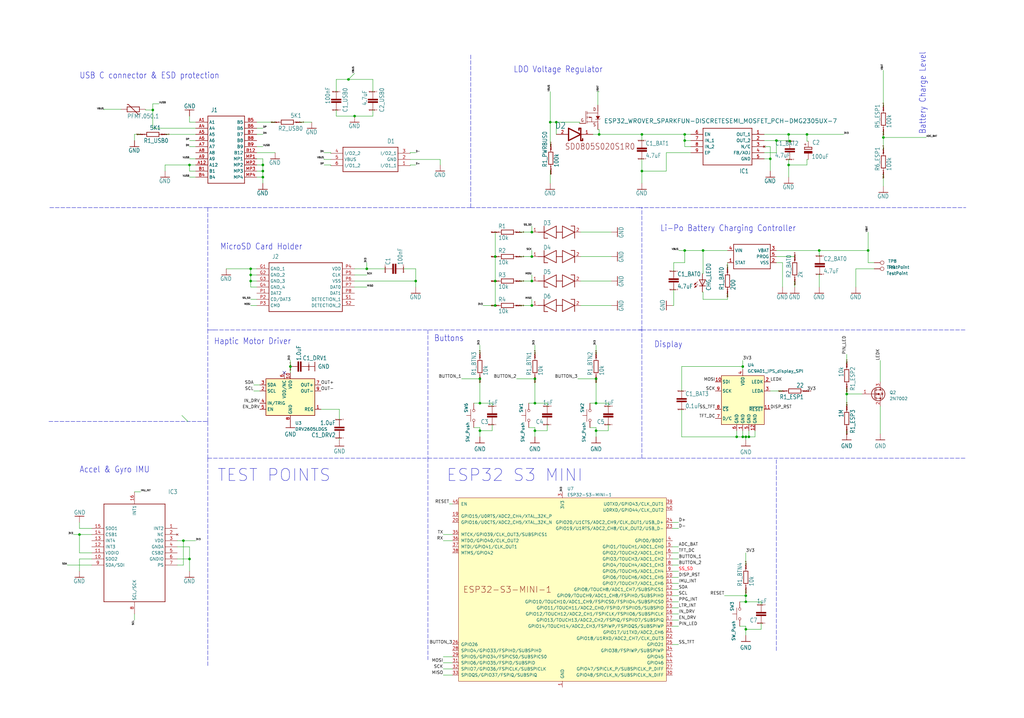
<source format=kicad_sch>
(kicad_sch (version 20230121) (generator eeschema)
  (paper "User" 425.45 298.45)
  (junction (at 109.22 71.12))
  (junction (at 309.88 181.61))
  (junction (at 152.4 111.76))
  (junction (at 308.61 181.61))
  (junction (at 222.25 179.07))
  (junction (at 248.92 55.88))
  (junction (at 360.68 104.14))
  (junction (at 284.48 58.42))
  (junction (at 327.66 68.58))
  (junction (at 231.14 50.8))
  (junction (at 309.88 250.19))
  (junction (at 351.79 163.83))
  (junction (at 199.39 157.48))
  (junction (at 76.2 224.79))
  (junction (at 266.7 55.88))
  (junction (at 199.39 167.64))
  (junction (at 144.78 33.02))
  (junction (at 367.03 57.15))
  (junction (at 292.1 104.14))
  (junction (at 33.02 222.25))
  (junction (at 311.15 181.61))
  (junction (at 172.72 116.84))
  (junction (at 205.74 116.84))
  (junction (at 220.98 116.84))
  (junction (at 220.98 96.52))
  (junction (at 247.65 157.48))
  (junction (at 247.65 179.07))
  (junction (at 309.88 261.62))
  (junction (at 78.74 232.41))
  (junction (at 228.6 50.8))
  (junction (at 284.48 55.88))
  (junction (at 309.88 247.65))
  (junction (at 120.65 152.4))
  (junction (at 205.74 106.68))
  (junction (at 222.25 157.48))
  (junction (at 104.14 114.3))
  (junction (at 284.48 104.14))
  (junction (at 247.65 167.64))
  (junction (at 328.168 58.674))
  (junction (at 104.14 111.76))
  (junction (at 340.36 104.14))
  (junction (at 205.74 127))
  (junction (at 322.58 58.42))
  (junction (at 63.5 45.72))
  (junction (at 199.39 179.07))
  (junction (at 222.25 167.64))
  (junction (at 308.61 152.4))
  (junction (at 327.66 55.88))
  (junction (at 147.32 48.26))
  (junction (at 104.14 116.84))
  (junction (at 109.22 68.58))
  (junction (at 266.7 71.12))
  (junction (at 320.04 66.04))
  (junction (at 109.22 73.66))
  (junction (at 78.74 68.58))
  (junction (at 306.07 181.61))
  (junction (at 220.98 106.68))
  (junction (at 335.28 55.88))
  (junction (at 220.98 127))
  (no_connect (at 118.11 154.94))
  (bus_entry (at 75.565 172.72) (size 2.54 2.54))
  (wire (pts (xy 220.98 106.68) (xy 220.98 104.14)) (stroke (width 0.1524)))
  (wire (pts (xy 104.14 119.38) (xy 104.14 116.84)) (stroke (width 0.1524)))
  (wire (pts (xy 247.65 143.51) (xy 247.65 147.32)))
  (wire (pts (xy 308.61 152.4) (xy 308.61 153.67)))
  (wire (pts (xy 222.25 179.07) (xy 222.25 181.61)))
  (wire (pts (xy 281.94 217.17) (xy 279.4 217.17)))
  (wire (pts (xy 302.26 111.76) (xy 302.26 109.22)) (stroke (width 0.1524)))
  (wire (pts (xy 281.94 240.03) (xy 279.4 240.03)))
  (wire (pts (xy 134.62 66.294) (xy 134.62 66.04)) (stroke (width 0.1524)))
  (wire (pts (xy 106.68 73.66) (xy 109.22 73.66)) (stroke (width 0.1524)))
  (wire (pts (xy 227.33 167.64) (xy 227.33 168.91)))
  (wire (pts (xy 137.414 63.754) (xy 137.414 63.5)) (stroke (width 0.1524)))
  (wire (pts (xy 68.58 55.88) (xy 81.28 55.88)) (stroke (width 0.1524)))
  (wire (pts (xy 328.168 58.42) (xy 328.168 58.674)) (stroke (width 0.1524)))
  (wire (pts (xy 214.63 157.48) (xy 222.25 157.48)))
  (wire (pts (xy 68.58 68.58) (xy 68.58 71.12)) (stroke (width 0.1524)))
  (wire (pts (xy 340.36 104.14) (xy 360.68 104.14)) (stroke (width 0.1524)))
  (wire (pts (xy 320.04 66.04) (xy 320.04 71.12)) (stroke (width 0.1524)))
  (wire (pts (xy 317.5 66.04) (xy 320.04 66.04)) (stroke (width 0.1524)))
  (wire (pts (xy 307.34 260.35) (xy 309.88 260.35)))
  (wire (pts (xy 367.03 29.21) (xy 367.03 44.45)) (stroke (width 0.1524)))
  (wire (pts (xy 367.03 72.39) (xy 367.03 77.47)) (stroke (width 0.1524)))
  (wire (pts (xy 328.168 58.674) (xy 327.66 58.674)) (stroke (width 0.1524)))
  (wire (pts (xy 199.39 179.07) (xy 204.47 179.07)))
  (wire (pts (xy 340.36 106.426) (xy 340.36 104.14)) (stroke (width 0.1524)))
  (wire (pts (xy 335.28 58.674) (xy 335.28 55.88)) (stroke (width 0.1524)))
  (wire (pts (xy 81.28 71.12) (xy 78.74 71.12)) (stroke (width 0.1524)))
  (wire (pts (xy 284.48 60.96) (xy 284.48 58.42)) (stroke (width 0.1524)))
  (wire (pts (xy 325.12 109.22) (xy 325.12 119.38)) (stroke (width 0.1524)))
  (wire (pts (xy 215.9 116.84) (xy 220.98 116.84)) (stroke (width 0.1524)))
  (wire (pts (xy 81.28 66.04) (xy 78.74 66.04)) (stroke (width 0.1524)))
  (wire (pts (xy 320.04 60.96) (xy 320.04 66.04)) (stroke (width 0.1524)))
  (wire (pts (xy 309.88 250.19) (xy 316.23 250.19)))
  (wire (pts (xy 106.68 127) (xy 104.14 127)) (stroke (width 0.1524)))
  (polyline (pts (xy 265.43 86.36) (xy 401.32 86.36)) (stroke (width 0.1524) (type dash)))
  (wire (pts (xy 308.61 181.61) (xy 309.88 181.61)))
  (wire (pts (xy 222.25 177.8) (xy 222.25 179.07)))
  (wire (pts (xy 320.04 162.56) (xy 325.12 162.56)))
  (polyline (pts (xy 86.36 175.26) (xy 86.36 190.5)) (stroke (width 0.1524) (type dash)))
  (wire (pts (xy 154.94 45.72) (xy 154.94 48.26)) (stroke (width 0.1524)))
  (wire (pts (xy 137.414 68.834) (xy 137.414 68.58)) (stroke (width 0.1524)))
  (wire (pts (xy 172.72 111.76) (xy 172.72 116.84)) (stroke (width 0.1524)))
  (wire (pts (xy 283.21 162.56) (xy 283.21 152.4)))
  (wire (pts (xy 335.28 55.88) (xy 350.52 55.88)) (stroke (width 0.1524)))
  (wire (pts (xy 196.85 177.8) (xy 199.39 177.8)))
  (wire (pts (xy 106.68 66.04) (xy 109.22 66.04)) (stroke (width 0.1524)))
  (wire (pts (xy 308.61 149.86) (xy 308.61 152.4)))
  (polyline (pts (xy 86.36 86.36) (xy 20.32 86.36)) (stroke (width 0.1524) (type dash)))
  (wire (pts (xy 106.68 68.58) (xy 109.22 68.58)) (stroke (width 0.1524)))
  (polyline (pts (xy 195.58 22.86) (xy 195.58 86.36)) (stroke (width 0.1524) (type dash)))
  (wire (pts (xy 215.9 96.52) (xy 220.98 96.52)) (stroke (width 0.1524)))
  (polyline (pts (xy 86.36 137.16) (xy 88.9 137.16)) (stroke (width 0.1524) (type solid)))
  (wire (pts (xy 81.28 50.8) (xy 78.74 50.8)) (stroke (width 0.1524)))
  (wire (pts (xy 316.23 259.08) (xy 316.23 261.62)))
  (wire (pts (xy 104.14 111.76) (xy 93.98 111.76)) (stroke (width 0.1524)))
  (wire (pts (xy 81.28 73.66) (xy 78.74 73.66)) (stroke (width 0.1524)))
  (wire (pts (xy 283.21 170.18) (xy 283.21 181.61)))
  (polyline (pts (xy 266.7 137.16) (xy 266.7 86.36)) (stroke (width 0.1524) (type dash)))
  (wire (pts (xy 355.6 111.76) (xy 355.6 119.38)) (stroke (width 0.1524)))
  (wire (pts (xy 147.32 119.38) (xy 152.4 119.38)) (stroke (width 0.1524)))
  (wire (pts (xy 170.434 68.58) (xy 172.72 68.58)) (stroke (width 0.1524)))
  (wire (pts (xy 184.15 275.59) (xy 187.96 275.59)))
  (wire (pts (xy 182.88 66.294) (xy 182.88 68.58)) (stroke (width 0.1524)))
  (wire (pts (xy 363.22 109.22) (xy 360.68 109.22)) (stroke (width 0.1524)))
  (wire (pts (xy 73.66 232.41) (xy 78.74 232.41)) (stroke (width 0.1524)))
  (wire (pts (xy 228.854 70.866) (xy 228.6 70.866)) (stroke (width 0.1524)))
  (wire (pts (xy 109.22 66.04) (xy 109.22 68.58)) (stroke (width 0.1524)))
  (wire (pts (xy 360.68 109.22) (xy 360.68 104.14)) (stroke (width 0.1524)))
  (wire (pts (xy 241.3 106.68) (xy 254 106.68)) (stroke (width 0.1524)))
  (wire (pts (xy 367.03 54.61) (xy 367.03 57.15)) (stroke (width 0.1524)))
  (wire (pts (xy 248.412 38.1) (xy 248.92 38.1)) (stroke (width 0.1524)))
  (wire (pts (xy 106.68 50.8) (xy 114.3 50.8)) (stroke (width 0.1524)))
  (wire (pts (xy 327.66 66.294) (xy 327.66 68.58)) (stroke (width 0.1524)))
  (wire (pts (xy 219.71 177.8) (xy 222.25 177.8)))
  (wire (pts (xy 322.58 109.22) (xy 325.12 109.22)) (stroke (width 0.1524)))
  (wire (pts (xy 327.66 58.674) (xy 327.66 55.88)) (stroke (width 0.1524)))
  (wire (pts (xy 204.47 167.64) (xy 204.47 168.91)))
  (wire (pts (xy 106.68 71.12) (xy 109.22 71.12)) (stroke (width 0.1524)))
  (wire (pts (xy 302.26 104.14) (xy 292.1 104.14)) (stroke (width 0.1524)))
  (polyline (pts (xy 20.32 175.26) (xy 86.36 175.26)) (stroke (width 0.1524) (type dash)))
  (wire (pts (xy 43.18 45.466) (xy 43.18 45.72)) (stroke (width 0.1524)))
  (wire (pts (xy 38.1 234.95) (xy 27.94 234.95)) (stroke (width 0.1524)))
  (wire (pts (xy 302.26 124.46) (xy 302.26 121.92)) (stroke (width 0.1524)))
  (wire (pts (xy 246.38 55.88) (xy 248.92 55.88)) (stroke (width 0.1524)))
  (wire (pts (xy 281.94 267.97) (xy 279.4 267.97)))
  (wire (pts (xy 144.78 33.02) (xy 139.7 33.02)) (stroke (width 0.1524)))
  (wire (pts (xy 276.86 71.12) (xy 266.7 71.12)) (stroke (width 0.1524)))
  (wire (pts (xy 276.86 63.5) (xy 276.86 71.12)) (stroke (width 0.1524)))
  (wire (pts (xy 222.25 143.51) (xy 222.25 147.32)))
  (wire (pts (xy 281.94 245.11) (xy 279.4 245.11)))
  (wire (pts (xy 281.94 219.71) (xy 279.4 219.71)))
  (wire (pts (xy 281.94 250.19) (xy 279.4 250.19)))
  (wire (pts (xy 281.94 237.49) (xy 279.4 237.49)))
  (polyline (pts (xy 266.7 137.16) (xy 401.32 137.16)) (stroke (width 0.1524) (type dash)))
  (wire (pts (xy 306.07 179.07) (xy 306.07 181.61)))
  (wire (pts (xy 205.74 116.84) (xy 205.74 127)) (stroke (width 0.1524)))
  (wire (pts (xy 317.5 63.5) (xy 322.58 63.5)) (stroke (width 0.1524)))
  (wire (pts (xy 309.88 181.61) (xy 309.88 182.88)))
  (wire (pts (xy 215.9 127) (xy 220.98 127)) (stroke (width 0.1524)))
  (wire (pts (xy 106.68 111.76) (xy 104.14 111.76)) (stroke (width 0.1524)))
  (wire (pts (xy 309.88 229.87) (xy 309.88 234.95)))
  (wire (pts (xy 152.4 111.76) (xy 152.4 109.22)) (stroke (width 0.1524)))
  (wire (pts (xy 279.4 234.95) (xy 281.94 234.95)))
  (wire (pts (xy 281.94 247.65) (xy 279.4 247.65)))
  (wire (pts (xy 199.39 179.07) (xy 199.39 181.61)))
  (wire (pts (xy 281.94 229.87) (xy 279.4 229.87)))
  (wire (pts (xy 287.02 60.96) (xy 284.48 60.96)) (stroke (width 0.1524)))
  (wire (pts (xy 137.414 63.5) (xy 134.62 63.5)) (stroke (width 0.1524)))
  (wire (pts (xy 291.846 113.792) (xy 292.1 113.792)) (stroke (width 0.1524)))
  (wire (pts (xy 81.28 60.96) (xy 78.74 60.96)) (stroke (width 0.1524)))
  (wire (pts (xy 141.0208 174.4472) (xy 141.0208 170.18)))
  (wire (pts (xy 199.39 143.51) (xy 199.39 147.32)))
  (wire (pts (xy 281.94 255.27) (xy 279.4 255.27)))
  (wire (pts (xy 247.65 177.8) (xy 247.65 179.07)))
  (wire (pts (xy 105.41 162.56) (xy 107.95 162.56)))
  (wire (pts (xy 281.94 257.81) (xy 279.4 257.81)))
  (wire (pts (xy 219.71 167.64) (xy 222.25 167.64)))
  (wire (pts (xy 147.32 111.76) (xy 152.4 111.76)) (stroke (width 0.1524)))
  (polyline (pts (xy 86.36 175.26) (xy 86.36 137.16)) (stroke (width 0.1524) (type dash)))
  (polyline (pts (xy 88.9 137.16) (xy 266.7 137.16)) (stroke (width 0.1524) (type dash)))
  (wire (pts (xy 205.74 96.52) (xy 205.74 106.68)) (stroke (width 0.1524)))
  (wire (pts (xy 228.6 70.866) (xy 228.6 76.2)) (stroke (width 0.1524)))
  (wire (pts (xy 73.66 224.79) (xy 76.2 224.79)) (stroke (width 0.1524)))
  (wire (pts (xy 60.452 45.466) (xy 60.452 45.72)) (stroke (width 0.1524)))
  (wire (pts (xy 283.21 152.4) (xy 308.61 152.4)))
  (wire (pts (xy 199.39 177.8) (xy 199.39 179.07)))
  (wire (pts (xy 124.46 50.8) (xy 129.54 50.8)) (stroke (width 0.1524)))
  (wire (pts (xy 309.88 247.65) (xy 309.88 250.19)))
  (wire (pts (xy 266.7 66.04) (xy 266.7 71.12)) (stroke (width 0.1524)))
  (wire (pts (xy 105.41 160.02) (xy 107.95 160.02)))
  (wire (pts (xy 266.7 55.88) (xy 248.92 55.88)) (stroke (width 0.1524)))
  (wire (pts (xy 33.02 232.41) (xy 33.02 237.49)) (stroke (width 0.1524)))
  (wire (pts (xy 106.68 119.38) (xy 104.14 119.38)) (stroke (width 0.1524)))
  (wire (pts (xy 284.48 55.88) (xy 266.7 55.88)) (stroke (width 0.1524)))
  (wire (pts (xy 38.1 232.41) (xy 33.02 232.41)) (stroke (width 0.1524)))
  (wire (pts (xy 139.7 45.72) (xy 139.7 48.26)) (stroke (width 0.1524)))
  (wire (pts (xy 281.94 227.33) (xy 279.4 227.33)))
  (polyline (pts (xy 195.58 86.36) (xy 266.7 86.36)) (stroke (width 0.1524) (type dash)))
  (wire (pts (xy 78.74 50.8) (xy 78.74 48.26)) (stroke (width 0.1524)))
  (wire (pts (xy 284.48 58.42) (xy 284.48 55.88)) (stroke (width 0.1524)))
  (wire (pts (xy 106.68 116.84) (xy 104.14 116.84)) (stroke (width 0.1524)))
  (wire (pts (xy 170.434 66.294) (xy 182.88 66.294)) (stroke (width 0.1524)))
  (wire (pts (xy 266.7 71.12) (xy 266.7 76.2)) (stroke (width 0.1524)))
  (wire (pts (xy 284.48 109.22) (xy 284.48 104.14)) (stroke (width 0.1524)))
  (wire (pts (xy 330.2 116.84) (xy 330.2 119.38)) (stroke (width 0.1524)))
  (wire (pts (xy 322.58 58.42) (xy 328.168 58.42)) (stroke (width 0.1524)))
  (polyline (pts (xy 266.7 190.5) (xy 401.32 190.5)) (stroke (width 0.1524) (type dash)))
  (wire (pts (xy 327.66 68.58) (xy 327.66 73.66)) (stroke (width 0.1524)))
  (wire (pts (xy 335.28 68.58) (xy 327.66 68.58)) (stroke (width 0.1524)))
  (wire (pts (xy 340.614 106.426) (xy 340.36 106.426)) (stroke (width 0.1524)))
  (wire (pts (xy 184.15 278.13) (xy 187.96 278.13)))
  (polyline (pts (xy 266.7 190.5) (xy 266.7 137.16)) (stroke (width 0.1524) (type dash)))
  (wire (pts (xy 241.3 96.52) (xy 254 96.52)) (stroke (width 0.1524)))
  (wire (pts (xy 220.98 127) (xy 220.98 124.46)) (stroke (width 0.1524)))
  (wire (pts (xy 38.1 222.25) (xy 33.02 222.25)) (stroke (width 0.1524)))
  (wire (pts (xy 240.792 50.8) (xy 231.14 50.8)) (stroke (width 0.1524)))
  (wire (pts (xy 106.68 63.5) (xy 114.3 63.5)) (stroke (width 0.1524)))
  (wire (pts (xy 73.66 234.95) (xy 76.2 234.95)) (stroke (width 0.1524)))
  (wire (pts (xy 154.94 33.02) (xy 144.78 33.02)) (stroke (width 0.1524)))
  (wire (pts (xy 76.2 224.79) (xy 81.28 224.79)) (stroke (width 0.1524)))
  (wire (pts (xy 73.66 227.33) (xy 78.74 227.33)) (stroke (width 0.1524)))
  (wire (pts (xy 292.1 104.14) (xy 284.48 104.14)) (stroke (width 0.1524)))
  (wire (pts (xy 317.5 60.96) (xy 320.04 60.96)) (stroke (width 0.1524)))
  (wire (pts (xy 322.58 106.68) (xy 330.2 106.68)) (stroke (width 0.1524)))
  (wire (pts (xy 292.1 113.792) (xy 292.1 104.14)) (stroke (width 0.1524)))
  (wire (pts (xy 78.74 68.58) (xy 68.58 68.58)) (stroke (width 0.1524)))
  (wire (pts (xy 284.48 104.14) (xy 281.94 104.14)) (stroke (width 0.1524)))
  (wire (pts (xy 222.25 179.07) (xy 227.33 179.07)))
  (wire (pts (xy 281.94 260.35) (xy 279.4 260.35)))
  (wire (pts (xy 104.14 114.3) (xy 104.14 111.76)) (stroke (width 0.1524)))
  (wire (pts (xy 38.1 229.87) (xy 33.02 229.87)) (stroke (width 0.1524)))
  (wire (pts (xy 281.94 252.73) (xy 279.4 252.73)))
  (wire (pts (xy 367.03 57.15) (xy 367.03 62.23)) (stroke (width 0.1524)))
  (wire (pts (xy 228.6 60.706) (xy 228.854 60.706)) (stroke (width 0.1524)))
  (polyline (pts (xy 177.8 137.16) (xy 177.8 190.5)) (stroke (width 0.1524) (type dash)))
  (wire (pts (xy 228.6 50.8) (xy 228.6 60.706)) (stroke (width 0.1524)))
  (wire (pts (xy 231.14 50.8) (xy 231.14 55.88)) (stroke (width 0.1524)))
  (wire (pts (xy 33.02 219.71) (xy 33.02 217.17)) (stroke (width 0.1524)))
  (wire (pts (xy 360.68 96.52) (xy 360.68 104.14)) (stroke (width 0.1524)))
  (wire (pts (xy 172.72 116.84) (xy 172.72 119.38)) (stroke (width 0.1524)))
  (wire (pts (xy 252.73 167.64) (xy 252.73 168.91)))
  (wire (pts (xy 292.1 121.412) (xy 292.1 124.46)) (stroke (width 0.1524)))
  (wire (pts (xy 141.0208 170.18) (xy 133.35 170.18)))
  (wire (pts (xy 227.33 176.53) (xy 227.33 179.07)))
  (wire (pts (xy 154.94 38.1) (xy 154.94 33.02)) (stroke (width 0.1524)))
  (wire (pts (xy 109.22 71.12) (xy 109.22 73.66)) (stroke (width 0.1524)))
  (wire (pts (xy 317.5 58.42) (xy 322.58 58.42)) (stroke (width 0.1524)))
  (wire (pts (xy 215.9 106.68) (xy 220.98 106.68)) (stroke (width 0.1524)))
  (wire (pts (xy 241.3 116.84) (xy 254 116.84)) (stroke (width 0.1524)))
  (polyline (pts (xy 86.36 86.36) (xy 86.36 137.16)) (stroke (width 0.1524) (type dash)))
  (wire (pts (xy 281.94 242.57) (xy 279.4 242.57)))
  (wire (pts (xy 147.32 114.3) (xy 152.4 114.3)) (stroke (width 0.1524)))
  (wire (pts (xy 311.15 179.07) (xy 311.15 181.61)))
  (wire (pts (xy 120.65 152.4) (xy 120.65 154.94)))
  (wire (pts (xy 335.788 58.674) (xy 335.28 58.674)) (stroke (width 0.1524)))
  (wire (pts (xy 55.88 255.27) (xy 55.88 257.81)) (stroke (width 0.1524)))
  (polyline (pts (xy 86.36 190.5) (xy 86.36 276.86)) (stroke (width 0.1524) (type dash)))
  (wire (pts (xy 109.22 73.66) (xy 109.22 76.2)) (stroke (width 0.1524)))
  (wire (pts (xy 55.88 55.88) (xy 55.88 58.42)) (stroke (width 0.1524)))
  (wire (pts (xy 63.5 43.18) (xy 63.5 45.72)) (stroke (width 0.1524)))
  (wire (pts (xy 137.414 68.58) (xy 134.62 68.58)) (stroke (width 0.1524)))
  (wire (pts (xy 184.15 222.25) (xy 187.96 222.25)))
  (wire (pts (xy 81.28 68.58) (xy 78.74 68.58)) (stroke (width 0.1524)))
  (wire (pts (xy 152.4 111.76) (xy 160.02 111.76)) (stroke (width 0.1524)))
  (wire (pts (xy 240.03 157.48) (xy 247.65 157.48)))
  (wire (pts (xy 106.68 55.88) (xy 109.22 55.88)) (stroke (width 0.1524)))
  (wire (pts (xy 307.34 250.19) (xy 309.88 250.19)))
  (wire (pts (xy 186.69 209.55) (xy 187.96 209.55)))
  (wire (pts (xy 363.22 111.76) (xy 355.6 111.76)) (stroke (width 0.1524)))
  (wire (pts (xy 308.61 179.07) (xy 308.61 181.61)))
  (wire (pts (xy 287.02 58.42) (xy 284.48 58.42)) (stroke (width 0.1524)))
  (wire (pts (xy 106.68 60.96) (xy 109.22 60.96)) (stroke (width 0.1524)))
  (wire (pts (xy 287.02 55.88) (xy 284.48 55.88)) (stroke (width 0.1524)))
  (wire (pts (xy 351.79 163.83) (xy 351.79 168.91)))
  (wire (pts (xy 287.02 63.5) (xy 276.86 63.5)) (stroke (width 0.1524)))
  (wire (pts (xy 78.74 227.33) (xy 78.74 232.41)) (stroke (width 0.1524)))
  (wire (pts (xy 78.74 71.12) (xy 78.74 68.58)) (stroke (width 0.1524)))
  (wire (pts (xy 106.68 124.46) (xy 104.14 124.46)) (stroke (width 0.1524)))
  (wire (pts (xy 81.28 58.42) (xy 78.74 58.42)) (stroke (width 0.1524)))
  (wire (pts (xy 316.23 250.19) (xy 316.23 251.46)))
  (wire (pts (xy 327.66 55.88) (xy 335.28 55.88)) (stroke (width 0.1524)))
  (wire (pts (xy 184.15 224.79) (xy 187.96 224.79)))
  (wire (pts (xy 63.5 53.34) (xy 81.28 53.34)) (stroke (width 0.1524)))
  (wire (pts (xy 205.74 106.68) (xy 205.74 116.84)) (stroke (width 0.1524)))
  (polyline (pts (xy 177.8 190.5) (xy 266.7 190.5)) (stroke (width 0.1524) (type dash)))
  (wire (pts (xy 58.42 55.88) (xy 55.88 55.88)) (stroke (width 0.1524)))
  (wire (pts (xy 204.47 176.53) (xy 204.47 179.07)))
  (wire (pts (xy 33.02 222.25) (xy 30.48 222.25)) (stroke (width 0.1524)))
  (wire (pts (xy 184.15 280.67) (xy 187.96 280.67)))
  (polyline (pts (xy 86.36 190.5) (xy 177.8 190.5)) (stroke (width 0.1524) (type dash)))
  (wire (pts (xy 139.7 48.26) (xy 147.32 48.26)) (stroke (width 0.1524)))
  (wire (pts (xy 279.908 120.396) (xy 279.908 127)) (stroke (width 0.1524)))
  (wire (pts (xy 170.434 63.754) (xy 170.434 63.5)) (stroke (width 0.1524)))
  (wire (pts (xy 231.14 50.8) (xy 228.6 50.8)) (stroke (width 0.1524)))
  (wire (pts (xy 313.69 179.07) (xy 313.69 181.61)))
  (wire (pts (xy 322.58 104.14) (xy 340.36 104.14)) (stroke (width 0.1524)))
  (wire (pts (xy 311.15 181.61) (xy 313.69 181.61)))
  (wire (pts (xy 78.74 232.41) (xy 78.74 237.49)) (stroke (width 0.1524)))
  (wire (pts (xy 279.908 127) (xy 279.4 127)) (stroke (width 0.1524)))
  (wire (pts (xy 220.98 96.52) (xy 220.98 93.98)) (stroke (width 0.1524)))
  (wire (pts (xy 33.02 229.87) (xy 33.02 222.25)) (stroke (width 0.1524)))
  (wire (pts (xy 291.846 121.412) (xy 292.1 121.412)) (stroke (width 0.1524)))
  (wire (pts (xy 316.23 261.62) (xy 309.88 261.62)))
  (wire (pts (xy 222.25 167.64) (xy 227.33 167.64)))
  (wire (pts (xy 228.6 50.8) (xy 228.6 38.1)) (stroke (width 0.1524)))
  (wire (pts (xy 351.79 163.83) (xy 358.14 163.83)))
  (wire (pts (xy 245.11 167.64) (xy 247.65 167.64)))
  (wire (pts (xy 281.94 232.41) (xy 279.4 232.41)))
  (wire (pts (xy 147.32 116.84) (xy 172.72 116.84)) (stroke (width 0.1524)))
  (wire (pts (xy 300.99 247.65) (xy 309.88 247.65)))
  (wire (pts (xy 141.0208 182.0672) (xy 141.0208 182.9308)))
  (wire (pts (xy 247.65 179.07) (xy 247.65 181.61)))
  (wire (pts (xy 139.7 38.1) (xy 139.7 33.02)) (stroke (width 0.1524)))
  (wire (pts (xy 170.434 68.834) (xy 170.434 68.58)) (stroke (width 0.1524)))
  (wire (pts (xy 76.2 234.95) (xy 76.2 224.79)) (stroke (width 0.1524)))
  (wire (pts (xy 120.65 149.86) (xy 120.65 152.4)))
  (wire (pts (xy 322.58 63.5) (xy 322.58 58.42)) (stroke (width 0.1524)))
  (wire (pts (xy 317.5 55.88) (xy 327.66 55.88)) (stroke (width 0.1524)))
  (wire (pts (xy 351.79 161.29) (xy 351.79 163.83)))
  (wire (pts (xy 292.1 124.46) (xy 302.26 124.46)) (stroke (width 0.1524)))
  (wire (pts (xy 340.614 114.046) (xy 340.36 114.046)) (stroke (width 0.1524)))
  (wire (pts (xy 309.88 260.35) (xy 309.88 261.62)))
  (wire (pts (xy 167.64 111.76) (xy 172.72 111.76)) (stroke (width 0.1524)))
  (wire (pts (xy 154.94 48.26) (xy 147.32 48.26)) (stroke (width 0.1524)))
  (wire (pts (xy 106.68 53.34) (xy 109.22 53.34)) (stroke (width 0.1524)))
  (wire (pts (xy 248.412 53.848) (xy 248.92 53.848)) (stroke (width 0.1524)))
  (wire (pts (xy 340.36 114.046) (xy 340.36 119.38)) (stroke (width 0.1524)))
  (wire (pts (xy 247.65 157.48) (xy 247.65 167.64)))
  (wire (pts (xy 309.88 181.61) (xy 311.15 181.61)))
  (wire (pts (xy 137.414 66.294) (xy 134.62 66.294)) (stroke (width 0.1524)))
  (wire (pts (xy 247.65 167.64) (xy 252.73 167.64)))
  (wire (pts (xy 63.5 43.18) (xy 66.04 43.18)) (stroke (width 0.1524)))
  (wire (pts (xy 351.79 180.34) (xy 351.79 179.07)))
  (wire (pts (xy 309.88 245.11) (xy 309.88 247.65)))
  (wire (pts (xy 184.15 273.05) (xy 187.96 273.05)))
  (wire (pts (xy 200.66 127) (xy 205.74 127)) (stroke (width 0.1524)))
  (wire (pts (xy 365.76 149.86) (xy 365.76 158.75)))
  (wire (pts (xy 279.908 109.22) (xy 284.48 109.22)) (stroke (width 0.1524)))
  (wire (pts (xy 196.85 167.64) (xy 199.39 167.64)))
  (wire (pts (xy 335.788 66.294) (xy 335.28 66.294)) (stroke (width 0.1524)))
  (wire (pts (xy 328.168 66.294) (xy 327.66 66.294)) (stroke (width 0.1524)))
  (wire (pts (xy 283.21 181.61) (xy 306.07 181.61)))
  (wire (pts (xy 50.292 45.466) (xy 43.18 45.466)) (stroke (width 0.1524)))
  (wire (pts (xy 55.88 204.47) (xy 58.42 204.47)) (stroke (width 0.1524)))
  (wire (pts (xy 247.65 179.07) (xy 252.73 179.07)))
  (wire (pts (xy 104.14 116.84) (xy 104.14 114.3)) (stroke (width 0.1524)))
  (wire (pts (xy 306.07 181.61) (xy 308.61 181.61)))
  (wire (pts (xy 335.28 66.294) (xy 335.28 68.58)) (stroke (width 0.1524)))
  (wire (pts (xy 222.25 157.48) (xy 222.25 167.64)))
  (polyline (pts (xy 177.8 190.5) (xy 177.8 274.32)) (stroke (width 0.1524) (type dash)))
  (wire (pts (xy 38.1 219.71) (xy 33.02 219.71)) (stroke (width 0.1524)))
  (wire (pts (xy 245.11 177.8) (xy 247.65 177.8)))
  (wire (pts (xy 266.7 55.88) (xy 266.7 58.42)) (stroke (width 0.1524)))
  (wire (pts (xy 309.88 261.62) (xy 309.88 264.16)))
  (polyline (pts (xy 195.58 86.36) (xy 86.36 86.36)) (stroke (width 0.1524) (type dash)))
  (polyline (pts (xy 322.58 270.51) (xy 322.58 190.5)) (stroke (width 0.1524) (type dash)))
  (wire (pts (xy 191.77 157.48) (xy 199.39 157.48)))
  (wire (pts (xy 199.39 157.48) (xy 199.39 167.64)))
  (wire (pts (xy 199.39 167.64) (xy 204.47 167.64)))
  (wire (pts (xy 248.92 53.848) (xy 248.92 55.88)) (stroke (width 0.1524)))
  (wire (pts (xy 279.908 112.776) (xy 279.908 109.22)) (stroke (width 0.1524)))
  (wire (pts (xy 63.5 45.72) (xy 63.5 53.34)) (stroke (width 0.1524)))
  (wire (pts (xy 365.76 168.91) (xy 365.76 180.34)))
  (wire (pts (xy 109.22 71.12) (xy 109.22 68.58)) (stroke (width 0.1524)))
  (wire (pts (xy 144.78 33.02) (xy 147.32 30.48)) (stroke (width 0.1524)))
  (wire (pts (xy 60.452 45.72) (xy 63.5 45.72)) (stroke (width 0.1524)))
  (wire (pts (xy 252.73 176.53) (xy 252.73 179.07)))
  (wire (pts (xy 170.434 63.5) (xy 172.72 63.5)) (stroke (width 0.1524)))
  (wire (pts (xy 351.79 147.32) (xy 351.79 151.13)))
  (wire (pts (xy 240.792 51.308) (xy 240.792 50.8)) (stroke (width 0.1524)))
  (polyline (pts (xy 265.43 137.16) (xy 266.7 137.16)) (stroke (width 0.1524) (type solid)))
  (wire (pts (xy 241.3 127) (xy 254 127)) (stroke (width 0.1524)))
  (wire (pts (xy 106.68 114.3) (xy 104.14 114.3)) (stroke (width 0.1524)))
  (wire (pts (xy 248.412 43.688) (xy 248.412 38.1)) (stroke (width 0.1524)))
  (wire (pts (xy 367.03 57.15) (xy 384.81 57.15)) (stroke (width 0.1524)))
  (wire (pts (xy 220.98 116.84) (xy 220.98 114.3)) (stroke (width 0.1524)))
  (text "TEST POINTS" (at 90.17 200.66 0) (effects (font (size 5 5)) (justify left bottom)))
  (text "MicroSD Card Holder" (at 91.44 104.14 0) (effects (font (size 2.54 2.159)) (justify left bottom)))
  (text "Buttons" (at 180.34 142.24 0) (effects (font (size 2.54 2.159)) (justify left bottom)))
  (text "USB C connector & ESD protection" (at 33.02 33.02 0) (effects (font (size 2.54 2.159)) (justify left bottom)))
  (text "Haptic Motor Driver" (at 88.9 143.51 0) (effects (font (size 2.54 2.159)) (justify left bottom)))
  (text "Li-Po Battery Charging Controller" (at 274.32 96.52 0) (effects (font (size 2.54 2.159)) (justify left bottom)))
  (text "Accel & Gyro IMU" (at 33.02 196.85 0) (effects (font (size 2.54 2.159)) (justify left bottom)))
  (text "ESP32 S3 MINI" (at 185.42 200.66 0) (effects (font (size 5 5)) (justify left bottom)))
  (text "Display" (at 271.78 144.78 0) (effects (font (size 2.54 2.159)) (justify left bottom)))
  (text "Battery Charge Level" (at 384.81 21.59 90) (effects (font (size 2.54 2.159)) (justify right bottom)))
  (text "LDO Voltage Regulator" (at 213.36 30.48 0) (effects (font (size 2.54 2.159)) (justify left bottom)))
  (label "MISO" (at 184.15 280.67 180))
  (label "SDA" (at 27.94 234.95 180) (effects (font (size 0.7112 0.7112))))
  (label "VBAT" (at 367.03 29.21 90) (effects (font (size 0.7112 0.7112))))
  (label "3V3" (at 152.4 109.22 90) (effects (font (size 0.7112 0.7112))))
  (label "SCK" (at 220.98 104.14 180) (effects (font (size 0.7112 0.7112))))
  (label "RESET" (at 186.69 209.55 180))
  (label "VBUS" (at 134.62 66.04 180) (effects (font (size 0.7112 0.7112))))
  (label "3V3" (at 233.68 204.47 90) (effects (font (size 0.7112 0.7112))))
  (label "EN_DRV" (at 281.94 257.81 0))
  (label "IN_DRV" (at 107.95 167.64 180))
  (label "SS_SD" (at 281.94 237.49 0))
  (label "SS_TFT" (at 297.18 170.18 180))
  (label "LEDK" (at 320.04 158.75 0))
  (label "D-" (at 281.94 219.71 0))
  (label "DP" (at 109.22 53.34 0) (effects (font (size 0.7112 0.7112))))
  (label "DN" (at 78.74 60.96 180) (effects (font (size 0.7112 0.7112))))
  (label "D+" (at 172.72 68.58 0) (effects (font (size 0.7112 0.7112))))
  (label "BUTTON_3" (at 240.03 157.48 180))
  (label "SCK" (at 184.15 278.13 180))
  (label "SCK" (at 297.18 162.56 180))
  (label "RX" (at 184.15 224.79 180))
  (label "DISP_RST" (at 320.04 170.18 0))
  (label "3V3" (at 120.65 149.86 90) (effects (font (size 0.7112 0.7112))))
  (label "ADC_BAT" (at 281.94 227.33 0))
  (label "MISO" (at 152.4 119.38 0) (effects (font (size 0.7112 0.7112))))
  (label "TFT_DC" (at 297.18 173.99 180))
  (label "PIN_LED" (at 351.79 147.32 90))
  (label "DN" (at 134.62 63.5 180) (effects (font (size 0.7112 0.7112))))
  (label "SCL" (at 105.41 162.56 180))
  (label "VBAT" (at 248.92 38.1 90) (effects (font (size 0.7112 0.7112))))
  (label "IMU_INT" (at 58.42 204.47 0) (effects (font (size 0.7112 0.7112))))
  (label "VBUS" (at 228.6 38.1 90) (effects (font (size 0.7112 0.7112))))
  (label "SDA" (at 105.41 160.02 180))
  (label "LEDK" (at 365.76 149.86 90))
  (label "VUSB" (at 78.74 73.66 180) (effects (font (size 0.7112 0.7112))))
  (label "SS_SD" (at 220.98 93.98 180) (effects (font (size 0.7112 0.7112))))
  (label "SCL" (at 55.88 257.81 270) (effects (font (size 0.7112 0.7112))))
  (label "3V3" (at 309.88 229.87 0))
  (label "3V3" (at 247.65 143.51 90) (effects (font (size 0.7112 0.7112))))
  (label "DISP_RST" (at 281.94 240.03 0))
  (label "VUSB" (at 78.74 66.04 180) (effects (font (size 0.7112 0.7112))))
  (label "VBAT" (at 360.68 96.52 90) (effects (font (size 0.7112 0.7112))))
  (label "MOSI" (at 184.15 275.59 180))
  (label "MOSI" (at 297.18 158.75 180))
  (label "OUT-" (at 133.35 162.56 0))
  (label "D-" (at 172.72 63.5 0) (effects (font (size 0.7112 0.7112))))
  (label "3V3" (at 81.28 224.79 0) (effects (font (size 0.7112 0.7112))))
  (label "SS_TFT" (at 281.94 267.97 0))
  (label "SS_SD" (at 104.14 124.46 180) (effects (font (size 0.7112 0.7112))))
  (label "SDA" (at 281.94 245.11 0))
  (label "D+" (at 281.94 217.17 0))
  (label "VBUS" (at 147.32 30.48 90) (effects (font (size 0.7112 0.7112))))
  (label "BUTTON_3" (at 187.96 267.97 180))
  (label "VBUS" (at 281.94 104.14 180) (effects (font (size 0.7112 0.7112))))
  (label "DP" (at 78.74 58.42 180) (effects (font (size 0.7112 0.7112))))
  (label "MISO" (at 220.98 124.46 180) (effects (font (size 0.7112 0.7112))))
  (label "SCK" (at 152.4 114.3 0) (effects (font (size 0.7112 0.7112))))
  (label "3V3" (at 200.66 127 180) (effects (font (size 0.7112 0.7112))))
  (label "SCL" (at 281.94 247.65 0))
  (label "VBUS" (at 43.18 45.72 180) (effects (font (size 0.7112 0.7112))))
  (label "IMU_INT" (at 281.94 242.57 0))
  (label "LTR_INT" (at 281.94 252.73 0))
  (label "3V3" (at 222.25 143.51 90) (effects (font (size 0.7112 0.7112))))
  (label "3V3" (at 350.52 55.88 0) (effects (font (size 0.7112 0.7112))))
  (label "DP" (at 134.62 68.58 180) (effects (font (size 0.7112 0.7112))))
  (label "VUSB" (at 66.04 43.18 0) (effects (font (size 0.7112 0.7112))))
  (label "BUTTON_2" (at 281.94 234.95 0))
  (label "3V3" (at 335.28 162.56 0))
  (label "EN_DRV" (at 107.95 170.18 180))
  (label "BUTTON_2" (at 214.63 157.48 180))
  (label "PIN_LED" (at 281.94 260.35 0))
  (label "MOSI" (at 104.14 127 180) (effects (font (size 0.7112 0.7112))))
  (label "BUTTON_1" (at 191.77 157.48 180))
  (label "DN" (at 109.22 55.88 0) (effects (font (size 0.7112 0.7112))))
  (label "3V3" (at 199.39 143.51 90) (effects (font (size 0.7112 0.7112))))
  (label "BUTTON_1" (at 281.94 232.41 0))
  (label "MOSI" (at 220.98 114.3 180) (effects (font (size 0.7112 0.7112))))
  (label "RESET" (at 300.99 247.65 180))
  (label "TX" (at 184.15 222.25 180))
  (label "3V3" (at 30.48 222.25 180) (effects (font (size 0.7112 0.7112))))
  (label "PPG_INT" (at 281.94 250.19 0))
  (label "ADC_BAT" (at 384.81 57.15 0) (effects (font (size 0.7112 0.7112))))
  (label "IN_DRV" (at 281.94 255.27 0))
  (label "TFT_DC" (at 281.94 229.87 0))
  (label "OUT+" (at 133.35 160.02 0))
  (label "3V3" (at 308.61 149.86 0))
  (label "VUSB" (at 109.22 60.96 0) (effects (font (size 0.7112 0.7112))))
  (symbol (lib_id "mini_iot-eagle-import:GND") (at 256.54 116.84 90) (unit 1)
    (property "Reference" "#GND018" (effects hide))
    (property "Value" "GND" (at 259.08 119.38 0) (effects (font (size 1.778 1.5113)) (justify left bottom)))
  )
  (symbol (lib_id "mini_iot-eagle-import:GND") (at 247.65 184.15 0) (unit 1)
    (property "Reference" "#GND040" (effects hide))
    (property "Value" "GND" (at 247.65 186.69 0) (effects (font (size 1.778 1.5113))))
  )
  (symbol (lib_id "mini_iot-eagle-import:ESP32_WROVER_EAGLE-LTSPICE_CC0402") (at 283.21 165.1 0) (unit 1)
    (property "Reference" "C1_BAT3" (at 284.734 164.719 0) (effects (font (size 1.778 1.5113)) (justify left bottom)))
    (property "Value" "0.1uF" (at 284.734 169.799 0) (effects (font (size 1.778 1.5113)) (justify left bottom)))
    (property "Footprint" "mini_iot:ESP32_WROVER_EAGLE-LTSPICE_C0402" (effects hide))
  )
  (symbol (lib_id "mini_iot-eagle-import:ESP32_WROVER_EAGLE-LTSPICE_CC0402") (at 227.33 173.99 180) (unit 1)
    (property "Reference" "C4" (at 225.806 174.371 0) (effects (font (size 1.778 1.5113)) (justify left bottom)))
    (property "Value" "1uF" (at 229.87 166.37 0) (effects (font (size 1.778 1.5113)) (justify left bottom)))
    (property "Footprint" "mini_iot:ESP32_WROVER_EAGLE-LTSPICE_C0402" (effects hide))
  )
  (symbol (lib_id "mini_iot-eagle-import:ESP32_WROVER_EAGLE-LTSPICE_CC0402") (at 162.56 111.76 90) (unit 1)
    (property "Reference" "C1" (at 162.179 110.236 0) (effects (font (size 1.778 1.5113)) (justify left bottom)))
    (property "Value" "100nF" (at 167.259 110.236 0) (effects (font (size 1.778 1.5113)) (justify left bottom)))
    (property "Footprint" "mini_iot:ESP32_WROVER_EAGLE-LTSPICE_C0402" (effects hide))
  )
  (symbol (lib_id "mini_iot-eagle-import:ESP32_WROVER_EAGLE-LTSPICE_CC0402") (at 328.168 61.214 0) (unit 1)
    (property "Reference" "C1_BAT2" (at 322.072 60.579 0) (effects (font (size 1.778 1.5113)) (justify left bottom)))
    (property "Value" "4.7uF" (at 328.422 63.627 0) (effects (font (size 1.778 1.5113)) (justify right top)))
    (property "Footprint" "mini_iot:ESP32_WROVER_EAGLE-LTSPICE_C0402" (effects hide))
  )
  (symbol (lib_id "mini_iot-eagle-import:ESP32_WROVER_SPARKFUN-DISCRETESEMI_MOSFET_PCH-DMG2305UX-7") (at 245.872 48.768 0) (unit 1)
    (property "Reference" "Q1" (effects hide))
    (property "Value" "ESP32_WROVER_SPARKFUN-DISCRETESEMI_MOSFET_PCH-DMG2305UX-7" (at 250.952 51.308 0) (effects (font (size 1.778 1.778)) (justify left bottom)))
    (property "Footprint" "mini_iot:ESP32_WROVER_SPARKFUN-DISCRETESEMI_SOT23-3" (effects hide))
  )
  (symbol (lib_id "mini_iot-eagle-import:GND") (at 130.81 152.4 90) (unit 1)
    (property "Reference" "#GND024" (effects hide))
    (property "Value" "GND" (at 132.08 152.4 90) (effects (font (size 1.778 1.5113)) (justify right)))
  )
  (symbol (lib_id "mini_iot-eagle-import:GND") (at 320.04 73.66 0) (unit 1)
    (property "Reference" "#GND012" (effects hide))
    (property "Value" "GND" (at 317.5 76.2 0) (effects (font (size 1.778 1.5113)) (justify left bottom)))
  )
  (symbol (lib_id "mini_iot-eagle-import:GND") (at 327.66 76.2 0) (unit 1)
    (property "Reference" "#GND011" (effects hide))
    (property "Value" "GND" (at 325.12 78.74 0) (effects (font (size 1.778 1.5113)) (justify left bottom)))
  )
  (symbol (lib_id "mini_iot-eagle-import:SAMACSYS_PARTS_USB4110-GF-A") (at 81.28 50.8 0) (unit 1)
    (property "Reference" "J1" (at 87.63 45.72 0) (effects (font (size 1.778 1.5113)) (justify left)))
    (property "Value" "SAMACSYS_PARTS_USB4110-GF-A" (effects hide))
    (property "Footprint" "mini_iot:SAMACSYS_PARTS_USB4110GFA" (effects hide))
  )
  (symbol (lib_id "mini_iot-eagle-import:GND") (at 147.32 50.8 0) (unit 1)
    (property "Reference" "#GND08" (effects hide))
    (property "Value" "GND" (at 144.78 53.34 0) (effects (font (size 1.778 1.5113)) (justify left bottom)))
  )
  (symbol (lib_id "mini_iot-eagle-import:GND") (at 256.54 106.68 90) (unit 1)
    (property "Reference" "#GND017" (effects hide))
    (property "Value" "GND" (at 259.08 109.22 0) (effects (font (size 1.778 1.5113)) (justify left bottom)))
  )
  (symbol (lib_id "mini_iot-eagle-import:ESP32_WROVER_EAGLE-LTSPICE_RR0402") (at 210.82 96.52 0) (unit 1)
    (property "Reference" "R1" (at 207.01 95.0214 0) (effects (font (size 1.778 1.5113)) (justify left bottom)))
    (property "Value" "10k" (at 207.01 99.822 0) (effects (font (size 1.778 1.5113)) (justify left bottom)))
    (property "Footprint" "mini_iot:ESP32_WROVER_EAGLE-LTSPICE_R0402" (effects hide))
  )
  (symbol (lib_id "mini_iot-eagle-import:GND") (at 172.72 121.92 0) (unit 1)
    (property "Reference" "#GND015" (effects hide))
    (property "Value" "GND" (at 170.18 124.46 0) (effects (font (size 1.778 1.5113)) (justify left bottom)))
  )
  (symbol (lib_id "Switch:SW_Push") (at 196.85 172.72 90) (unit 1)
    (property "Reference" "SW6" (at 193.675 169.545 0))
    (property "Value" "SW_Push" (at 194.31 179.705 0))
    (property "Footprint" "open-Smartwatch:button_side_smd" (effects hide))
  )
  (symbol (lib_id "mini_iot-eagle-import:ESP32_WROVER_EAGLE-LTSPICE_CC0402") (at 266.7 60.96 0) (unit 1)
    (property "Reference" "C1_BAT1" (at 268.224 60.579 0) (effects (font (size 1.778 1.5113)) (justify left bottom)))
    (property "Value" "4.7uF" (at 268.224 65.659 0) (effects (font (size 1.778 1.5113)) (justify left bottom)))
    (property "Footprint" "mini_iot:ESP32_WROVER_EAGLE-LTSPICE_C0402" (effects hide))
  )
  (symbol (lib_id "mini_iot-eagle-import:GND") (at 33.02 214.63 180) (unit 1)
    (property "Reference" "#GND031" (effects hide))
    (property "Value" "GND" (at 35.56 212.09 0) (effects (font (size 1.778 1.5113)) (justify left bottom)))
  )
  (symbol (lib_id "mini_iot-eagle-import:GND") (at 78.74 240.03 0) (unit 1)
    (property "Reference" "#GND033" (effects hide))
    (property "Value" "GND" (at 76.2 242.57 0) (effects (font (size 1.778 1.5113)) (justify left bottom)))
  )
  (symbol (lib_id "mini_iot-eagle-import:GND") (at 309.88 266.7 0) (unit 1)
    (property "Reference" "#GND044" (effects hide))
    (property "Value" "GND" (at 309.88 269.24 0) (effects (font (size 1.778 1.5113))))
  )
  (symbol (lib_id "mini_iot-eagle-import:GND") (at 222.25 184.15 0) (unit 1)
    (property "Reference" "#GND028" (effects hide))
    (property "Value" "GND" (at 222.25 186.69 0) (effects (font (size 1.778 1.5113))))
  )
  (symbol (lib_id "mini_iot-eagle-import:GND") (at 78.74 45.72 180) (unit 1)
    (property "Reference" "#GND01" (effects hide))
    (property "Value" "GND" (at 81.28 43.18 0) (effects (font (size 1.778 1.5113)) (justify left bottom)))
  )
  (symbol (lib_id "mini_iot-eagle-import:ESP32_WROVER_EAGLE-LTSPICE_CC0402") (at 204.47 173.99 180) (unit 1)
    (property "Reference" "C3" (at 202.946 174.371 0) (effects (font (size 1.778 1.5113)) (justify left bottom)))
    (property "Value" "1uF" (at 207.01 166.37 0) (effects (font (size 1.778 1.5113)) (justify left bottom)))
    (property "Footprint" "mini_iot:ESP32_WROVER_EAGLE-LTSPICE_C0402" (effects hide))
  )
  (symbol (lib_id "mini_iot-eagle-import:ESP32_WROVER_EAGLE-LTSPICE_RR0402") (at 309.88 240.03 90) (unit 1)
    (property "Reference" "R1_BTN4" (at 308.3814 243.84 0) (effects (font (size 1.778 1.5113)) (justify left bottom)))
    (property "Value" "10k" (at 313.182 243.84 0) (effects (font (size 1.778 1.5113)) (justify left bottom)))
    (property "Footprint" "mini_iot:ESP32_WROVER_EAGLE-LTSPICE_R0402" (effects hide))
  )
  (symbol (lib_id "mini_iot-eagle-import:SAMACSYS_PARTS_PESD3V3S1BLYL") (at 220.98 106.68 0) (unit 1)
    (property "Reference" "D4" (at 227.33 102.87 0) (effects (font (size 1.778 1.5113))))
    (property "Value" "SAMACSYS_PARTS_PESD3V3S1BLYL" (effects hide))
    (property "Footprint" "mini_iot:SAMACSYS_PARTS_PESD5V0S1BL315" (effects hide))
  )
  (symbol (lib_id "mini_iot-eagle-import:GND") (at 199.39 184.15 0) (unit 1)
    (property "Reference" "#GND026" (effects hide))
    (property "Value" "GND" (at 199.39 186.69 0) (effects (font (size 1.778 1.5113))))
  )
  (symbol (lib_id "mini_iot-eagle-import:GND") (at 256.54 96.52 90) (unit 1)
    (property "Reference" "#GND016" (effects hide))
    (property "Value" "GND" (at 259.08 99.06 0) (effects (font (size 1.778 1.5113)) (justify left bottom)))
  )
  (symbol (lib_id "mini_iot-eagle-import:GND") (at 330.2 121.92 0) (unit 1)
    (property "Reference" "#GND036" (effects hide))
    (property "Value" "GND" (at 327.66 124.46 0) (effects (font (size 1.778 1.5113)) (justify left bottom)))
  )
  (symbol (lib_id "mini_iot-eagle-import:GND") (at 68.58 73.66 0) (unit 1)
    (property "Reference" "#GND06" (effects hide))
    (property "Value" "GND" (at 66.04 76.2 0) (effects (font (size 1.778 1.5113)) (justify left bottom)))
  )
  (symbol (lib_id "mini_iot-eagle-import:ESP32_WROVER_AVX---SD0805S020S1R0_AVX_SD0805S020S1R0AVX_SD0805S020S1R0_0_0") (at 233.68 50.8 0) (unit 1)
    (property "Reference" "D2" (at 235.204 53.594 0) (effects (font (size 2.54 2.159)) (justify right bottom)))
    (property "Value" "ESP32_WROVER_AVX---SD0805S020S1R0_AVX_SD0805S020S1R0AVX_SD0805S020S1R0_0_0" (effects hide))
    (property "Footprint" "mini_iot:ESP32_WROVER_AVX---SD0805S020S1R0_AVX_SD0805S020S1R0_0" (effects hide))
  )
  (symbol (lib_id "mini_iot-eagle-import:ESP32_WROVER_EAGLE-LTSPICE_RR0402") (at 63.5 55.88 0) (unit 1)
    (property "Reference" "R1_USB0" (at 59.69 59.4614 0) (effects (font (size 1.778 1.5113)) (justify left bottom)))
    (property "Value" "5K1" (at 62.23 54.102 0) (effects (font (size 1.778 1.5113)) (justify left bottom)))
    (property "Footprint" "mini_iot:ESP32_WROVER_EAGLE-LTSPICE_R0402" (effects hide))
  )
  (symbol (lib_id "mini_iot-eagle-import:RCL_CPOL-EUCT3528") (at 335.788 61.214 0) (unit 1)
    (property "Reference" "C2" (at 337.439 60.2234 0) (effects (font (size 1.778 1.5113)) (justify left bottom)))
    (property "Value" "100uF" (at 337.185 66.0654 0) (effects (font (size 1.778 1.5113)) (justify left bottom)))
    (property "Footprint" "mini_iot:RCL_CT3528" (effects hide))
  )
  (symbol (lib_id "mini_iot-eagle-import:GND") (at 256.54 127 90) (unit 1)
    (property "Reference" "#GND019" (effects hide))
    (property "Value" "GND" (at 259.08 129.54 0) (effects (font (size 1.778 1.5113)) (justify left bottom)))
  )
  (symbol (lib_id "PCM_Espressif:ESP32-S3-MINI-1") (at 233.68 245.11 0) (unit 1)
    (property "Reference" "U7" (at 235.6359 203.2 0) (effects (justify left)))
    (property "Value" "ESP32-S3-MINI-1" (at 235.6359 205.74 0) (effects (justify left)))
    (property "Footprint" "PCM_Espressif:ESP32-S3-MINI-1" (effects hide))
    (property "Datasheet" "https://www.espressif.com/sites/default/files/documentation/esp32-s3-mini-1_mini-1u_datasheet_en.pdf" (effects hide))
  )
  (symbol (lib_id "mini_iot-eagle-import:ESP32_WROVER_EAGLE-LTSPICE_CC0402") (at 316.23 256.54 180) (unit 1)
    (property "Reference" "C7" (at 314.706 256.921 0) (effects (font (size 1.778 1.5113)) (justify left bottom)))
    (property "Value" "1uF" (at 318.77 248.92 0) (effects (font (size 1.778 1.5113)) (justify left bottom)))
    (property "Footprint" "mini_iot:ESP32_WROVER_EAGLE-LTSPICE_C0402" (effects hide))
  )
  (symbol (lib_id "mini_iot-eagle-import:SAMACSYS_PARTS_PESD3V3S1BLYL") (at 220.98 116.84 0) (unit 1)
    (property "Reference" "D5" (at 227.33 113.03 0) (effects (font (size 1.778 1.5113))))
    (property "Value" "SAMACSYS_PARTS_PESD3V3S1BLYL" (effects hide))
    (property "Footprint" "mini_iot:SAMACSYS_PARTS_PESD5V0S1BL315" (effects hide))
  )
  (symbol (lib_id "Switch:SW_Push") (at 219.71 172.72 90) (unit 1)
    (property "Reference" "SW1" (at 216.535 169.545 0))
    (property "Value" "SW_Push" (at 217.17 179.705 0))
    (property "Footprint" "open-Smartwatch:button_side_smd" (effects hide))
  )
  (symbol (lib_id "mini_iot-eagle-import:ESP32_WROVER_EAGLE-LTSPICE_RR0402") (at 367.03 67.31 90) (unit 1)
    (property "Reference" "R6_ESP1" (at 365.5314 71.12 0) (effects (font (size 1.778 1.5113)) (justify left bottom)))
    (property "Value" "100k" (at 370.332 71.12 0) (effects (font (size 1.778 1.5113)) (justify left bottom)))
    (property "Footprint" "mini_iot:ESP32_WROVER_EAGLE-LTSPICE_R0402" (effects hide))
  )
  (symbol (lib_id "mini_iot-eagle-import:SAMACSYS_PARTS_PESD3V3S1BLYL") (at 220.98 127 0) (unit 1)
    (property "Reference" "D6" (at 227.33 123.19 0) (effects (font (size 1.778 1.5113))))
    (property "Value" "SAMACSYS_PARTS_PESD3V3S1BLYL" (effects hide))
    (property "Footprint" "mini_iot:SAMACSYS_PARTS_PESD5V0S1BL315" (effects hide))
  )
  (symbol (lib_id "mini_iot-eagle-import:SAMACSYS_PARTS_112A-TAAR-R03_ATTEND") (at 106.68 111.76 0) (unit 1)
    (property "Reference" "J2" (at 113.03 106.68 0) (effects (font (size 1.778 1.5113)) (justify left)))
    (property "Value" "SAMACSYS_PARTS_112A-TAAR-R03_ATTEND" (effects hide))
    (property "Footprint" "mini_iot:SAMACSYS_PARTS_112ATAARR03ATTEND" (effects hide))
  )
  (symbol (lib_id "mini_iot-eagle-import:GND") (at 141.0208 185.4708 0) (unit 1)
    (property "Reference" "#GND013" (effects hide))
    (property "Value" "GND" (at 141.0208 187.6044 0) (effects (font (size 1.778 1.5113))))
  )
  (symbol (lib_id "mini_iot-eagle-import:GND") (at 93.98 114.3 0) (unit 1)
    (property "Reference" "#GND014" (effects hide))
    (property "Value" "GND" (at 91.44 116.84 0) (effects (font (size 1.778 1.5113)) (justify left bottom)))
  )
  (symbol (lib_id "mini_iot-eagle-import:SAMACSYS_PARTS_USBLC6-2SC6Y") (at 170.434 68.834 180) (unit 1)
    (property "Reference" "D1" (at 164.084 58.674 0) (effects (font (size 1.778 1.5113)) (justify left)))
    (property "Value" "SAMACSYS_PARTS_USBLC6-2SC6Y" (effects hide))
    (property "Footprint" "mini_iot:SAMACSYS_PARTS_SOT95P280X145-6N" (effects hide))
  )
  (symbol (lib_id "mini_iot-eagle-import:GND") (at 309.88 185.42 0) (unit 1)
    (property "Reference" "#GND025" (effects hide))
    (property "Value" "GND" (at 309.88 187.96 0) (effects (font (size 1.778 1.5113))))
  )
  (symbol (lib_id "mini_iot-eagle-import:ESP32_WROVER_EAGLE-LTSPICE_CC0402") (at 125.73 152.4 270) (unit 1)
    (property "Reference" "C1_DRV1" (at 125.73 149.86 90) (effects (font (size 1.778 1.5113)) (justify left bottom)))
    (property "Value" "1.0uF" (at 123.19 143.51 0) (effects (font (size 1.778 1.5113)) (justify left bottom)))
    (property "Footprint" "mini_iot:ESP32_WROVER_EAGLE-LTSPICE_C0402" (effects hide))
  )
  (symbol (lib_id "mini_iot-eagle-import:ESP32_WROVER_SPARKFUN-IC-POWER_MCP73831") (at 312.42 106.68 0) (unit 1)
    (property "Reference" "U2" (effects hide))
    (property "Value" "ESP32_WROVER_SPARKFUN-IC-POWER_MCP73831" (effects hide))
    (property "Footprint" "mini_iot:ESP32_WROVER_SPARKFUN-IC-POWER_SOT23-5" (effects hide))
  )
  (symbol (lib_id "mini_iot-eagle-import:GND") (at 365.76 182.88 0) (unit 1)
    (property "Reference" "#GND029" (effects hide))
    (property "Value" "GND" (at 365.76 185.42 0) (effects (font (size 1.778 1.5113))))
  )
  (symbol (lib_id "mini_iot-eagle-import:ESP32_WROVER_EAGLE-LTSPICE_RR0402") (at 351.79 156.21 270) (unit 1)
    (property "Reference" "R1_ESP2" (at 353.2886 152.4 0) (effects (font (size 1.778 1.5113)) (justify left bottom)))
    (property "Value" "10k" (at 348.488 152.4 0) (effects (font (size 1.778 1.5113)) (justify left bottom)))
    (property "Footprint" "mini_iot:ESP32_WROVER_EAGLE-LTSPICE_R0402" (effects hide))
  )
  (symbol (lib_id "Transistor_FET:2N7002") (at 363.22 163.83 0) (unit 1)
    (property "Reference" "Q2" (at 369.57 163.195 0) (effects (justify left)))
    (property "Value" "2N7002" (at 369.57 165.735 0) (effects (justify left)))
    (property "Footprint" "Package_TO_SOT_SMD:SOT-23" (effects hide))
    (property "Datasheet" "https://www.onsemi.com/pub/Collateral/NDS7002A-D.PDF" (effects hide))
  )
  (symbol (lib_id "mini_iot-eagle-import:ESP32_WROVER_EAGLE-LTSPICE_RR0402") (at 351.79 173.99 270) (unit 1)
    (property "Reference" "R1_ESP3" (at 353.2886 170.18 0) (effects (font (size 1.778 1.5113)) (justify left bottom)))
    (property "Value" "1M" (at 348.488 170.18 0) (effects (font (size 1.778 1.5113)) (justify left bottom)))
    (property "Footprint" "mini_iot:ESP32_WROVER_EAGLE-LTSPICE_R0402" (effects hide))
  )
  (symbol (lib_id "mini_iot-eagle-import:GND") (at 33.02 240.03 0) (unit 1)
    (property "Reference" "#GND032" (effects hide))
    (property "Value" "GND" (at 30.48 242.57 0) (effects (font (size 1.778 1.5113)) (justify left bottom)))
  )
  (symbol (lib_id "mini_iot-eagle-import:ESP32_WROVER_EAGLE-LTSPICE_RR0402") (at 199.39 152.4 90) (unit 1)
    (property "Reference" "R1_BTN3" (at 197.8914 156.21 0) (effects (font (size 1.778 1.5113)) (justify left bottom)))
    (property "Value" "10k" (at 202.692 156.21 0) (effects (font (size 1.778 1.5113)) (justify left bottom)))
    (property "Footprint" "mini_iot:ESP32_WROVER_EAGLE-LTSPICE_R0402" (effects hide))
  )
  (symbol (lib_id "Driver_Haptic:DRV2605LDGS") (at 120.65 165.1 0) (unit 1)
    (property "Reference" "U3" (at 122.6059 175.895 0) (effects (justify left)))
    (property "Value" "DRV2605LDGS" (at 122.6059 178.435 0) (effects (justify left)))
    (property "Footprint" "Package_SO:VSSOP-10_3x3mm_P0.5mm" (effects hide))
    (property "Datasheet" "http://www.ti.com/lit/ds/symlink/drv2605l.pdf" (effects hide))
  )
  (symbol (lib_id "mini_iot-eagle-import:GND") (at 367.03 80.01 0) (unit 1)
    (property "Reference" "#GND020" (effects hide))
    (property "Value" "GND" (at 364.49 82.55 0) (effects (font (size 1.778 1.5113)) (justify left bottom)))
  )
  (symbol (lib_id "mini_iot-eagle-import:ESP32_WROVER_EAGLE-LTSPICE_CC0402") (at 154.94 40.64 0) (unit 1)
    (property "Reference" "C2_USB0" (at 159.639 46.736 90) (effects (font (size 1.778 1.5113)) (justify left bottom)))
    (property "Value" "4.7uF" (at 152.527 43.942 90) (effects (font (size 1.778 1.5113)) (justify left bottom)))
    (property "Footprint" "mini_iot:ESP32_WROVER_EAGLE-LTSPICE_C0402" (effects hide))
  )
  (symbol (lib_id "mini_iot-eagle-import:ESP32_WROVER_ADAFRUIT_LEDCHIP-LED0603") (at 291.846 116.332 0) (unit 1)
    (property "Reference" "CHG_LED0" (at 295.402 120.904 90) (effects (font (size 1.778 1.5113)) (justify left bottom)))
    (property "Value" "ESP32_WROVER_ADAFRUIT_LEDCHIP-LED0603" (effects hide))
    (property "Footprint" "mini_iot:ESP32_WROVER_ADAFRUIT_CHIP-LED0603" (effects hide))
  )
  (symbol (lib_id "mini_iot-eagle-import:GND") (at 55.88 60.96 0) (unit 1)
    (property "Reference" "#GND05" (effects hide))
    (property "Value" "GND" (at 53.34 63.5 0) (effects (font (size 1.778 1.5113)) (justify left bottom)))
  )
  (symbol (lib_id "mini_iot-eagle-import:ESP32_WROVER_EAGLE-LTSPICE_RR0402") (at 302.26 116.84 90) (unit 1)
    (property "Reference" "R1_BAT0" (at 300.7614 120.65 0) (effects (font (size 1.778 1.5113)) (justify left bottom)))
    (property "Value" "200" (at 305.562 120.65 0) (effects (font (size 1.778 1.5113)) (justify left bottom)))
    (property "Footprint" "mini_iot:ESP32_WROVER_EAGLE-LTSPICE_R0402" (effects hide))
  )
  (symbol (lib_id "mini_iot-eagle-import:ESP32_WROVER_EAGLE-LTSPICE_RR0402") (at 210.82 127 0) (unit 1)
    (property "Reference" "R4" (at 207.01 125.5014 0) (effects (font (size 1.778 1.5113)) (justify left bottom)))
    (property "Value" "10k" (at 207.01 130.302 0) (effects (font (size 1.778 1.5113)) (justify left bottom)))
    (property "Footprint" "mini_iot:ESP32_WROVER_EAGLE-LTSPICE_R0402" (effects hide))
  )
  (symbol (lib_id "mini_iot-eagle-import:GND") (at 182.88 71.12 0) (unit 1)
    (property "Reference" "#GND07" (effects hide))
    (property "Value" "GND" (at 180.34 73.66 0) (effects (font (size 1.778 1.5113)) (justify left bottom)))
  )
  (symbol (lib_id "mini_iot-eagle-import:GND") (at 325.12 121.92 0) (unit 1)
    (property "Reference" "#GND035" (effects hide))
    (property "Value" "GND" (at 322.58 124.46 0) (effects (font (size 1.778 1.5113)) (justify left bottom)))
  )
  (symbol (lib_id "mini_iot-eagle-import:ESP32_WROVER_EAGLE-LTSPICE_CC0402") (at 279.908 115.316 0) (unit 1)
    (property "Reference" "C1_BAT0" (at 281.432 114.935 0) (effects (font (size 1.778 1.5113)) (justify left bottom)))
    (property "Value" "4.7uF" (at 281.432 120.015 0) (effects (font (size 1.778 1.5113)) (justify left bottom)))
    (property "Footprint" "mini_iot:ESP32_WROVER_EAGLE-LTSPICE_C0402" (effects hide))
  )
  (symbol (lib_id "Connector:TestPoint") (at 363.22 109.22 270) (unit 1)
    (property "Reference" "TP8" (at 368.935 108.585 90) (effects (justify left)))
    (property "Value" "TestPoint" (at 368.935 111.125 90) (effects (justify left)))
    (property "Footprint" "TestPoint:TestPoint_Pad_D2.0mm" (effects hide))
  )
  (symbol (lib_id "mini_iot-eagle-import:ESP32_WROVER_EAGLE-LTSPICE_RR0402") (at 367.03 49.53 90) (unit 1)
    (property "Reference" "R5_ESP1" (at 365.5314 53.34 0) (effects (font (size 1.778 1.5113)) (justify left bottom)))
    (property "Value" "100k" (at 370.332 53.34 0) (effects (font (size 1.778 1.5113)) (justify left bottom)))
    (property "Footprint" "mini_iot:ESP32_WROVER_EAGLE-LTSPICE_R0402" (effects hide))
  )
  (symbol (lib_id "mini_iot-eagle-import:ESP32_WROVER_EAGLE-LTSPICE_CC0402") (at 252.73 173.99 180) (unit 1)
    (property "Reference" "C5" (at 251.206 174.371 0) (effects (font (size 1.778 1.5113)) (justify left bottom)))
    (property "Value" "1uF" (at 255.27 166.37 0) (effects (font (size 1.778 1.5113)) (justify left bottom)))
    (property "Footprint" "mini_iot:ESP32_WROVER_EAGLE-LTSPICE_C0402" (effects hide))
  )
  (symbol (lib_id "mini_iot-eagle-import:GND") (at 355.6 121.92 0) (unit 1)
    (property "Reference" "#GND038" (effects hide))
    (property "Value" "GND" (at 353.06 124.46 0) (effects (font (size 1.778 1.5113)) (justify left bottom)))
  )
  (symbol (lib_id "mini_iot-eagle-import:ESP32_WROVER_EAGLE-LTSPICE_CC0402") (at 139.7 40.64 0) (unit 1)
    (property "Reference" "C1_USB0" (at 144.399 46.736 90) (effects (font (size 1.778 1.5113)) (justify left bottom)))
    (property "Value" "100nF" (at 137.16 43.307 90) (effects (font (size 1.778 1.5113)) (justify left bottom)))
    (property "Footprint" "mini_iot:ESP32_WROVER_EAGLE-LTSPICE_C0402" (effects hide))
  )
  (symbol (lib_id "mini_iot-eagle-import:GND") (at 109.22 78.74 0) (unit 1)
    (property "Reference" "#GND03" (effects hide))
    (property "Value" "GND" (at 106.68 81.28 0) (effects (font (size 1.778 1.5113)) (justify left bottom)))
  )
  (symbol (lib_id "mini_iot-eagle-import:ESP32_WROVER_EAGLE-LTSPICE_RR0402") (at 210.82 106.68 0) (unit 1)
    (property "Reference" "R2" (at 207.01 105.1814 0) (effects (font (size 1.778 1.5113)) (justify left bottom)))
    (property "Value" "10k" (at 207.01 109.982 0) (effects (font (size 1.778 1.5113)) (justify left bottom)))
    (property "Footprint" "mini_iot:ESP32_WROVER_EAGLE-LTSPICE_R0402" (effects hide))
  )
  (symbol (lib_id "mini_iot-eagle-import:GND") (at 228.6 78.74 0) (unit 1)
    (property "Reference" "#GND09" (effects hide))
    (property "Value" "GND" (at 226.06 81.28 0) (effects (font (size 1.778 1.5113)) (justify left bottom)))
  )
  (symbol (lib_id "Switch:SW_Push") (at 307.34 255.27 90) (unit 1)
    (property "Reference" "SW3" (at 304.165 252.095 0))
    (property "Value" "SW_Push" (at 304.8 262.255 0))
    (property "Footprint" "open-Smartwatch:button_side_smd" (effects hide))
  )
  (symbol (lib_id "mini_iot-eagle-import:ESP32_WROVER_VARISTOR_VARISTORCN1812") (at 55.372 45.466 0) (unit 1)
    (property "Reference" "PFMF.050.1" (at 52.832 49.276 0) (effects (font (size 1.778 1.5113)) (justify left bottom)))
    (property "Value" "ESP32_WROVER_VARISTOR_VARISTORCN1812" (effects hide))
    (property "Footprint" "mini_iot:ESP32_WROVER_VARISTOR_CT_CN1812" (effects hide))
  )
  (symbol (lib_id "mini_iot-eagle-import:ESP32_WROVER_EAGLE-LTSPICE_CC0402") (at 340.614 108.966 0) (unit 1)
    (property "Reference" "C2_BAT0" (at 342.138 108.585 0) (effects (font (size 1.778 1.5113)) (justify left bottom)))
    (property "Value" "4.7uF" (at 342.138 113.665 0) (effects (font (size 1.778 1.5113)) (justify left bottom)))
    (property "Footprint" "mini_iot:ESP32_WROVER_EAGLE-LTSPICE_C0402" (effects hide))
  )
  (symbol (lib_id "mini_iot-eagle-import:GND") (at 276.86 127 270) (unit 1)
    (property "Reference" "#GND034" (effects hide))
    (property "Value" "GND" (at 274.32 124.46 0) (effects (font (size 1.778 1.5113)) (justify left bottom)))
  )
  (symbol (lib_id "mini_iot-eagle-import:GND") (at 129.54 53.34 0) (unit 1)
    (property "Reference" "#GND02" (effects hide))
    (property "Value" "GND" (at 127 55.88 0) (effects (font (size 1.778 1.5113)) (justify left bottom)))
  )
  (symbol (lib_id "open-Smartwatch:GC9A01_IPS_display_SPI") (at 308.61 166.37 0) (unit 1)
    (property "Reference" "U4" (at 310.5659 151.765 0) (effects (justify left)))
    (property "Value" "GC9A01_IPS_display_SPI" (at 310.5659 154.305 0) (effects (justify left)))
    (property "Footprint" "open-Smartwatch:GC9A01_IPS_display" (effects hide))
    (property "Datasheet" "https://www.alibaba.com/product-detail/Taidacent-1-28-Inch-Soldering-12PIN_62312376504.html" (effects hide))
  )
  (symbol (lib_id "mini_iot-eagle-import:SAMACSYS_PARTS_PESD3V3S1BLYL") (at 220.98 96.52 0) (unit 1)
    (property "Reference" "D3" (at 227.33 92.71 0) (effects (font (size 1.778 1.5113))))
    (property "Value" "SAMACSYS_PARTS_PESD3V3S1BLYL" (effects hide))
    (property "Footprint" "mini_iot:SAMACSYS_PARTS_PESD5V0S1BL315" (effects hide))
  )
  (symbol (lib_id "mini_iot-eagle-import:GND") (at 340.36 121.92 0) (unit 1)
    (property "Reference" "#GND037" (effects hide))
    (property "Value" "GND" (at 337.82 124.46 0) (effects (font (size 1.778 1.5113)) (justify left bottom)))
  )
  (symbol (lib_id "Switch:SW_Push") (at 245.11 172.72 90) (unit 1)
    (property "Reference" "SW2" (at 241.935 169.545 0))
    (property "Value" "SW_Push" (at 242.57 179.705 0))
    (property "Footprint" "open-Smartwatch:button_side_smd" (effects hide))
  )
  (symbol (lib_id "mini_iot-eagle-import:GND") (at 120.65 177.8 0) (unit 1)
    (property "Reference" "#GND023" (effects hide))
    (property "Value" "GND" (at 120.65 180.5432 0) (effects (font (size 1.778 1.5113))))
  )
  (symbol (lib_id "mini_iot-eagle-import:ESP32_WROVER_EAGLE-LTSPICE_RR0402") (at 330.2 111.76 90) (unit 1)
    (property "Reference" "R2_BAT0" (at 328.7014 115.57 0) (effects (font (size 1.778 1.5113)) (justify left bottom)))
    (property "Value" "2k" (at 333.502 115.57 0) (effects (font (size 1.778 1.5113)) (justify left bottom)))
    (property "Footprint" "mini_iot:ESP32_WROVER_EAGLE-LTSPICE_R0402" (effects hide))
  )
  (symbol (lib_id "mini_iot-eagle-import:ESP32_WROVER_EAGLE-LTSPICE_CC0402") (at 141.0208 179.5272 180) (unit 1)
    (property "Reference" "C1_DRV2" (at 139.4968 179.9082 0) (effects (font (size 1.778 1.5113)) (justify left bottom)))
    (property "Value" "1.0uF" (at 139.4968 174.8282 0) (effects (font (size 1.778 1.5113)) (justify left bottom)))
    (property "Footprint" "mini_iot:ESP32_WROVER_EAGLE-LTSPICE_C0402" (effects hide))
  )
  (symbol (lib_id "mini_iot-eagle-import:GND") (at 114.3 66.04 0) (unit 1)
    (property "Reference" "#GND04" (effects hide))
    (property "Value" "GND" (at 111.76 68.58 0) (effects (font (size 1.778 1.5113)) (justify left bottom)))
  )
  (symbol (lib_id "mini_iot-eagle-import:GND") (at 266.7 78.74 0) (unit 1)
    (property "Reference" "#GND010" (effects hide))
    (property "Value" "GND" (at 264.16 81.28 0) (effects (font (size 1.778 1.5113)) (justify left bottom)))
  )
  (symbol (lib_id "Connector:TestPoint") (at 363.22 111.76 270) (unit 1)
    (property "Reference" "TP9" (at 368.3 111.125 90) (effects (justify left)))
    (property "Value" "TestPoint" (at 368.3 113.665 90) (effects (justify left)))
    (property "Footprint" "TestPoint:TestPoint_Pad_D2.0mm" (effects hide))
  )
  (symbol (lib_id "mini_iot-eagle-import:SAMACSYS_PARTS_NCP186BMX330TAG") (at 317.5 55.88 0) (mirror y) (unit 1)
    (property "Reference" "IC1" (at 311.15 71.12 0) (effects (font (size 1.778 1.5113)) (justify left)))
    (property "Value" "SAMACSYS_PARTS_NCP186BMX330TAG" (effects hide))
    (property "Footprint" "mini_iot:SAMACSYS_PARTS_NCP186AMX330TAG" (effects hide))
  )
  (symbol (lib_id "mini_iot-eagle-import:ESP32_WROVER_EAGLE-LTSPICE_RR0402") (at 210.82 116.84 0) (unit 1)
    (property "Reference" "R3" (at 207.01 115.3414 0) (effects (font (size 1.778 1.5113)) (justify left bottom)))
    (property "Value" "10k" (at 207.01 120.142 0) (effects (font (size 1.778 1.5113)) (justify left bottom)))
    (property "Footprint" "mini_iot:ESP32_WROVER_EAGLE-LTSPICE_R0402" (effects hide))
  )
  (symbol (lib_id "mini_iot-eagle-import:ESP32_WROVER_EAGLE-LTSPICE_RR0402") (at 119.38 50.8 0) (unit 1)
    (property "Reference" "R2_USB0" (at 115.57 54.3814 0) (effects (font (size 1.778 1.5113)) (justify left bottom)))
    (property "Value" "5K1" (at 120.65 49.022 0) (effects (font (size 1.778 1.5113)) (justify left bottom)))
    (property "Footprint" "mini_iot:ESP32_WROVER_EAGLE-LTSPICE_R0402" (effects hide))
  )
  (symbol (lib_id "mini_iot-eagle-import:ESP32_WROVER_EAGLE-LTSPICE_RR0402") (at 228.854 65.786 90) (unit 1)
    (property "Reference" "R1_PWRBUS0" (at 227.3554 69.596 0) (effects (font (size 1.778 1.5113)) (justify left bottom)))
    (property "Value" "100k" (at 232.156 69.596 0) (effects (font (size 1.778 1.5113)) (justify left bottom)))
    (property "Footprint" "mini_iot:ESP32_WROVER_EAGLE-LTSPICE_R0402" (effects hide))
  )
  (symbol (lib_id "mini_iot-eagle-import:GND") (at 351.79 182.88 0) (unit 1)
    (property "Reference" "#GND030" (effects hide))
    (property "Value" "GND" (at 351.79 185.42 0) (effects (font (size 1.778 1.5113))))
  )
  (symbol (lib_id "mini_iot-eagle-import:ESP32_WROVER_EAGLE-LTSPICE_RR0402") (at 247.65 152.4 90) (unit 1)
    (property "Reference" "R1_BTN2" (at 246.1514 156.21 0) (effects (font (size 1.778 1.5113)) (justify left bottom)))
    (property "Value" "10k" (at 250.952 156.21 0) (effects (font (size 1.778 1.5113)) (justify left bottom)))
    (property "Footprint" "mini_iot:ESP32_WROVER_EAGLE-LTSPICE_R0402" (effects hide))
  )
  (symbol (lib_id "mini_iot-eagle-import:ESP32_WROVER_EAGLE-LTSPICE_RR0402") (at 330.2 162.56 180) (unit 1)
    (property "Reference" "R1_ESP1" (at 334.01 164.0586 0) (effects (font (size 1.778 1.5113)) (justify left bottom)))
    (property "Value" "22" (at 334.01 159.258 0) (effects (font (size 1.778 1.5113)) (justify left bottom)))
    (property "Footprint" "mini_iot:ESP32_WROVER_EAGLE-LTSPICE_R0402" (effects hide))
  )
  (symbol (lib_id "mini_iot-eagle-import:ESP32_WROVER_EAGLE-LTSPICE_RR0402") (at 222.25 152.4 90) (unit 1)
    (property "Reference" "R1_BTN1" (at 220.7514 156.21 0) (effects (font (size 1.778 1.5113)) (justify left bottom)))
    (property "Value" "10k" (at 225.552 156.21 0) (effects (font (size 1.778 1.5113)) (justify left bottom)))
    (property "Footprint" "mini_iot:ESP32_WROVER_EAGLE-LTSPICE_R0402" (effects hide))
  )
  (symbol (lib_id "mini_iot-eagle-import:SAMACSYS_PARTS_BMI085") (at 38.1 219.71 0) (unit 1)
    (property "Reference" "IC3" (at 69.85 204.47 0) (effects (font (size 1.778 1.5113)) (justify left)))
    (property "Value" "SAMACSYS_PARTS_BMI085" (effects hide))
    (property "Footprint" "mini_iot:SAMACSYS_PARTS_BMI085" (effects hide))
  )
)
</source>
